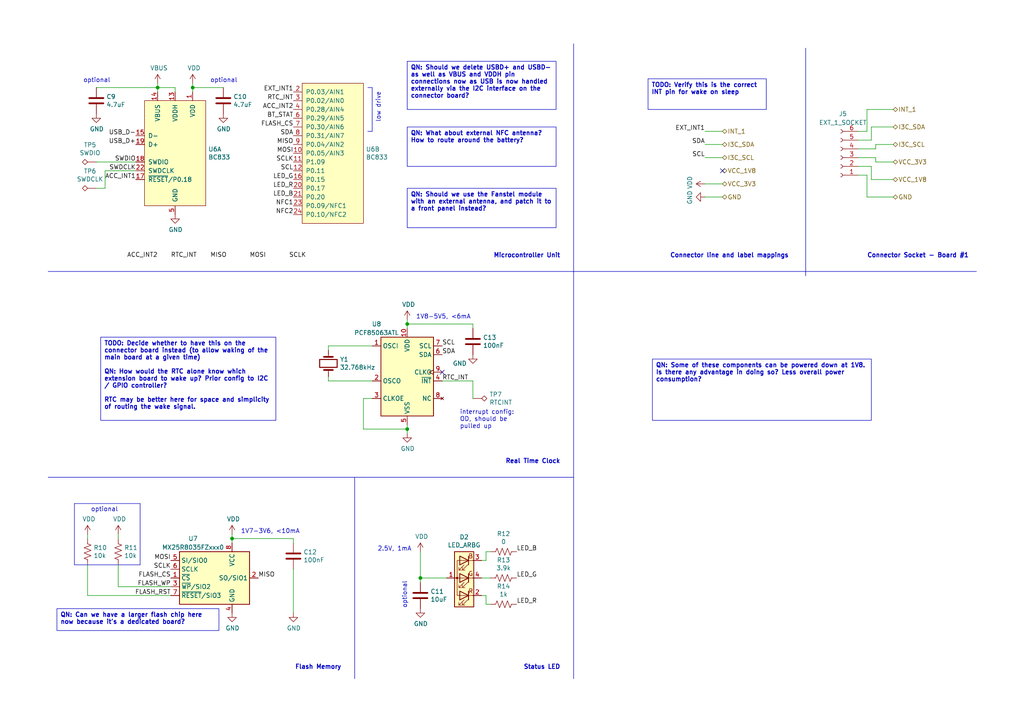
<source format=kicad_sch>
(kicad_sch (version 20230121) (generator eeschema)
  (paper "A4")
  (title_block (title "Basic Compute Board V1") (rev "1.0.0") (company "The Herald Project") (comment 1 "Copyright 2021-2023 All Rights Reserved") (comment 2 "Licensed under CERN OHL-P-V2"))
  (lib_symbols
    (symbol "Connector:Conn_01x06_Socket" (pin_names (offset 1.016) hide)
      (property "Reference" "J" (at 0 7.62 0))
      (property "Value" "Conn_01x06_Socket" (at 0 -10.16 0))
      (symbol "Conn_01x06_Socket_1_1"
        (arc (start 0 -7.112) (mid -0.5058 -7.62) (end 0 -8.128) (stroke (width 0.1524)))
        (arc (start 0 -4.572) (mid -0.5058 -5.08) (end 0 -5.588) (stroke (width 0.1524)))
        (arc (start 0 -2.032) (mid -0.5058 -2.54) (end 0 -3.048) (stroke (width 0.1524)))
        (polyline (pts (xy -1.27 -7.62) (xy -0.508 -7.62)) (stroke (width 0.1524)))
        (polyline (pts (xy -1.27 -5.08) (xy -0.508 -5.08)) (stroke (width 0.1524)))
        (polyline (pts (xy -1.27 -2.54) (xy -0.508 -2.54)) (stroke (width 0.1524)))
        (polyline (pts (xy -1.27 0) (xy -0.508 0)) (stroke (width 0.1524)))
        (polyline (pts (xy -1.27 2.54) (xy -0.508 2.54)) (stroke (width 0.1524)))
        (polyline (pts (xy -1.27 5.08) (xy -0.508 5.08)) (stroke (width 0.1524)))
        (arc (start 0 0.508) (mid -0.5058 0) (end 0 -0.508) (stroke (width 0.1524)))
        (arc (start 0 3.048) (mid -0.5058 2.54) (end 0 2.032) (stroke (width 0.1524)))
        (arc (start 0 5.588) (mid -0.5058 5.08) (end 0 4.572) (stroke (width 0.1524)))
        (pin passive line (at -5.08 5.08 0) (length 3.81) (name "Pin_1") (number "1"))
        (pin passive line (at -5.08 2.54 0) (length 3.81) (name "Pin_2") (number "2"))
        (pin passive line (at -5.08 0 0) (length 3.81) (name "Pin_3") (number "3"))
        (pin passive line (at -5.08 -2.54 0) (length 3.81) (name "Pin_4") (number "4"))
        (pin passive line (at -5.08 -5.08 0) (length 3.81) (name "Pin_5") (number "5"))
        (pin passive line (at -5.08 -7.62 0) (length 3.81) (name "Pin_6") (number "6"))
      )
    )
    (symbol "Connector:TestPoint_Alt" (pin_numbers hide) (pin_names (offset 0.762) hide)
      (property "Reference" "TP" (at 0 6.858 0))
      (property "Value" "TestPoint_Alt" (at 0 5.08 0))
      (symbol "TestPoint_Alt_0_1"
        (polyline (pts (xy 0 2.54) (xy -0.762 3.302) (xy 0 4.064) (xy 0.762 3.302) (xy 0 2.54)))
      )
      (symbol "TestPoint_Alt_1_1"
        (pin passive line (at 0 0 90) (length 2.54) (name "1") (number "1"))
      )
    )
    (symbol "Device:C" (pin_numbers hide) (pin_names (offset 0.254))
      (property "Reference" "C" (at 0.635 2.54 0))
      (property "Value" "C" (at 0.635 -2.54 0))
      (symbol "C_0_1"
        (polyline (pts (xy -2.032 -0.762) (xy 2.032 -0.762)) (stroke (width 0.508)))
        (polyline (pts (xy -2.032 0.762) (xy 2.032 0.762)) (stroke (width 0.508)))
      )
      (symbol "C_1_1"
        (pin passive line (at 0 3.81 270) (length 2.794) (name "~") (number "1"))
        (pin passive line (at 0 -3.81 90) (length 2.794) (name "~") (number "2"))
      )
    )
    (symbol "Device:Crystal" (pin_numbers hide) (pin_names (offset 1.016) hide)
      (property "Reference" "Y" (at 0 3.81 0))
      (property "Value" "Crystal" (at 0 -3.81 0))
      (symbol "Crystal_0_1"
        (rectangle (start -1.143 2.54) (end 1.143 -2.54) (stroke (width 0.3048)))
        (polyline (pts (xy -2.54 0) (xy -1.905 0)))
        (polyline (pts (xy -1.905 -1.27) (xy -1.905 1.27)) (stroke (width 0.508)))
        (polyline (pts (xy 1.905 -1.27) (xy 1.905 1.27)) (stroke (width 0.508)))
        (polyline (pts (xy 2.54 0) (xy 1.905 0)))
      )
      (symbol "Crystal_1_1"
        (pin passive line (at -3.81 0 0) (length 1.27) (name "1") (number "1"))
        (pin passive line (at 3.81 0 180) (length 1.27) (name "2") (number "2"))
      )
    )
    (symbol "Device:LED_ARBG" (pin_names (offset 0) hide)
      (property "Reference" "D" (at 0 9.398 0))
      (property "Value" "LED_ARBG" (at 0 -8.89 0))
      (symbol "LED_ARBG_0_0"
        (text "B" (at -1.905 -6.35 0) (effects (font (size 1.27 1.27))))
        (text "G" (at -1.905 -1.27 0) (effects (font (size 1.27 1.27))))
        (text "R" (at -1.905 3.81 0) (effects (font (size 1.27 1.27))))
      )
      (symbol "LED_ARBG_0_1"
        (polyline (pts (xy -1.27 -5.08) (xy -2.54 -5.08)))
        (polyline (pts (xy -1.27 -5.08) (xy 1.27 -5.08)))
        (polyline (pts (xy -1.27 -3.81) (xy -1.27 -6.35)) (stroke (width 0.254)))
        (polyline (pts (xy -1.27 0) (xy -2.54 0)))
        (polyline (pts (xy -1.27 1.27) (xy -1.27 -1.27)) (stroke (width 0.254)))
        (polyline (pts (xy -1.27 5.08) (xy -2.54 5.08)))
        (polyline (pts (xy -1.27 5.08) (xy 1.27 5.08)))
        (polyline (pts (xy -1.27 6.35) (xy -1.27 3.81)) (stroke (width 0.254)))
        (polyline (pts (xy 1.27 0) (xy -1.27 0)))
        (polyline (pts (xy 1.27 0) (xy 2.54 0)))
        (polyline (pts (xy -1.27 1.27) (xy -1.27 -1.27) (xy -1.27 -1.27)))
        (polyline (pts (xy -1.27 6.35) (xy -1.27 3.81) (xy -1.27 3.81)))
        (polyline (pts (xy 1.27 -5.08) (xy 2.032 -5.08) (xy 2.032 5.08) (xy 1.27 5.08)))
        (polyline (pts (xy 1.27 -3.81) (xy 1.27 -6.35) (xy -1.27 -5.08) (xy 1.27 -3.81)) (stroke (width 0.254)))
        (polyline (pts (xy 1.27 1.27) (xy 1.27 -1.27) (xy -1.27 0) (xy 1.27 1.27)) (stroke (width 0.254)))
        (polyline (pts (xy 1.27 6.35) (xy 1.27 3.81) (xy -1.27 5.08) (xy 1.27 6.35)) (stroke (width 0.254)))
        (polyline (pts (xy -1.016 -3.81) (xy 0.508 -2.286) (xy -0.254 -2.286) (xy 0.508 -2.286) (xy 0.508 -3.048)))
        (polyline (pts (xy -1.016 1.27) (xy 0.508 2.794) (xy -0.254 2.794) (xy 0.508 2.794) (xy 0.508 2.032)))
        (polyline (pts (xy -1.016 6.35) (xy 0.508 7.874) (xy -0.254 7.874) (xy 0.508 7.874) (xy 0.508 7.112)))
        (polyline (pts (xy 0 -3.81) (xy 1.524 -2.286) (xy 0.762 -2.286) (xy 1.524 -2.286) (xy 1.524 -3.048)))
        (polyline (pts (xy 0 1.27) (xy 1.524 2.794) (xy 0.762 2.794) (xy 1.524 2.794) (xy 1.524 2.032)))
        (polyline (pts (xy 0 6.35) (xy 1.524 7.874) (xy 0.762 7.874) (xy 1.524 7.874) (xy 1.524 7.112)))
        (rectangle (start 1.27 -1.27) (end 1.27 1.27))
        (rectangle (start 1.27 1.27) (end 1.27 1.27))
        (rectangle (start 1.27 3.81) (end 1.27 6.35))
        (rectangle (start 1.27 6.35) (end 1.27 6.35))
        (circle (center 2.032 0) (radius 0.254) (fill (type outline)))
        (rectangle (start 2.794 8.382) (end -2.794 -7.62) (stroke (width 0.254)) (fill (type background)))
      )
      (symbol "LED_ARBG_1_1"
        (pin passive line (at 5.08 0 180) (length 2.54) (name "A") (number "1"))
        (pin passive line (at -5.08 5.08 0) (length 2.54) (name "RK") (number "2"))
        (pin passive line (at -5.08 -5.08 0) (length 2.54) (name "BK") (number "3"))
        (pin passive line (at -5.08 0 0) (length 2.54) (name "GK") (number "4"))
      )
    )
    (symbol "Device:R_US" (pin_numbers hide) (pin_names (offset 0))
      (property "Reference" "R" (at 2.54 0 90))
      (property "Value" "R_US" (at -2.54 0 90))
      (symbol "R_US_0_1"
        (polyline (pts (xy 0 -2.286) (xy 0 -2.54)))
        (polyline (pts (xy 0 2.286) (xy 0 2.54)))
        (polyline (pts (xy 0 -0.762) (xy 1.016 -1.143) (xy 0 -1.524) (xy -1.016 -1.905) (xy 0 -2.286)))
        (polyline (pts (xy 0 0.762) (xy 1.016 0.381) (xy 0 0) (xy -1.016 -0.381) (xy 0 -0.762)))
        (polyline (pts (xy 0 2.286) (xy 1.016 1.905) (xy 0 1.524) (xy -1.016 1.143) (xy 0 0.762)))
      )
      (symbol "R_US_1_1"
        (pin passive line (at 0 3.81 270) (length 1.27) (name "~") (number "1"))
        (pin passive line (at 0 -3.81 90) (length 1.27) (name "~") (number "2"))
      )
    )
    (symbol "Herald_Extras:BC833" (pin_names (offset 1.016))
      (property "Reference" "U" (at 12.7 1.27 0))
      (property "Value" "BC833" (at 12.7 -1.27 0))
      (symbol "BC833_1_1"
        (rectangle (start -8.89 15.24) (end 8.89 -15.24) (fill (type background)))
        (pin power_in line (at 5.08 17.78 270) (length 2.54) (name "VDD") (number "1"))
        (pin power_in line (at 0 17.78 270) (length 2.54) (name "VDDH") (number "13"))
        (pin power_in line (at -5.08 17.78 270) (length 2.54) (name "VBUS") (number "14"))
        (pin bidirectional line (at -11.43 5.08 0) (length 2.54) (name "D-") (number "15"))
        (pin input line (at -11.43 -7.62 0) (length 2.54) (name "~{RESET}/P0.18") (number "17"))
        (pin bidirectional line (at -11.43 -2.54 0) (length 2.54) (name "SWDIO") (number "18"))
        (pin bidirectional line (at -11.43 2.54 0) (length 2.54) (name "D+") (number "19"))
        (pin input line (at -11.43 -5.08 0) (length 2.54) (name "SWDCLK") (number "22"))
        (pin power_in line (at 0 -17.78 90) (length 2.54) hide (name "GND") (number "25"))
        (pin power_in line (at 0 -17.78 90) (length 2.54) hide (name "GND") (number "26"))
        (pin power_in line (at 0 -17.78 90) (length 2.54) hide (name "GND") (number "27"))
        (pin power_in line (at 0 -17.78 90) (length 2.54) hide (name "GND") (number "28"))
        (pin power_in line (at 0 -17.78 90) (length 2.54) (name "GND") (number "5"))
      )
      (symbol "BC833_2_1"
        (rectangle (start -8.89 20.32) (end 8.89 -20.32) (fill (type background)))
        (pin bidirectional line (at -11.43 0 0) (length 2.54) (name "P0.05/AIN3") (number "10"))
        (pin bidirectional line (at -11.43 -2.54 0) (length 2.54) (name "P1.09") (number "11"))
        (pin bidirectional line (at -11.43 -5.08 0) (length 2.54) (name "P0.11") (number "12"))
        (pin bidirectional line (at -11.43 -7.62 0) (length 2.54) (name "P0.15") (number "16"))
        (pin bidirectional line (at -11.43 17.78 0) (length 2.54) (name "P0.03/AIN1") (number "2"))
        (pin bidirectional line (at -11.43 -10.16 0) (length 2.54) (name "P0.17") (number "20"))
        (pin bidirectional line (at -11.43 -12.7 0) (length 2.54) (name "P0.20") (number "21"))
        (pin bidirectional line (at -11.43 -15.24 0) (length 2.54) (name "P0.09/NFC1") (number "23"))
        (pin bidirectional line (at -11.43 -17.78 0) (length 2.54) (name "P0.10/NFC2") (number "24"))
        (pin bidirectional line (at -11.43 15.24 0) (length 2.54) (name "P0.02/AIN0") (number "3"))
        (pin bidirectional line (at -11.43 12.7 0) (length 2.54) (name "P0.28/AIN4") (number "4"))
        (pin bidirectional line (at -11.43 10.16 0) (length 2.54) (name "P0.29/AIN5") (number "6"))
        (pin bidirectional line (at -11.43 7.62 0) (length 2.54) (name "P0.30/AIN6") (number "7"))
        (pin bidirectional line (at -11.43 5.08 0) (length 2.54) (name "P0.31/AIN7") (number "8"))
        (pin bidirectional line (at -11.43 2.54 0) (length 2.54) (name "P0.04/AIN2") (number "9"))
      )
    )
    (symbol "Herald_Extras:MX25R8035FZxxx0"
      (property "Reference" "U" (at -6.35 11.43 0))
      (property "Value" "MX25R8035FZxxx0" (at -6.35 8.89 0))
      (symbol "MX25R8035FZxxx0_1_1"
        (rectangle (start -10.16 7.62) (end 10.16 -7.62) (stroke (width 0.254)) (fill (type background)))
        (pin input line (at -12.7 0 0) (length 2.54) (name "~{CS}") (number "1"))
        (pin bidirectional line (at 12.7 0 180) (length 2.54) (name "SO/SIO1") (number "2"))
        (pin bidirectional line (at -12.7 -2.54 0) (length 2.54) (name "~{WP}/SIO2") (number "3"))
        (pin power_in line (at 5.08 -10.16 90) (length 2.54) (name "GND") (number "4"))
        (pin bidirectional line (at -12.7 5.08 0) (length 2.54) (name "SI/SIO0") (number "5"))
        (pin input line (at -12.7 2.54 0) (length 2.54) (name "SCLK") (number "6"))
        (pin bidirectional line (at -12.7 -5.08 0) (length 2.54) (name "~{RESET}/SIO3") (number "7"))
        (pin power_in line (at 5.08 10.16 270) (length 2.54) (name "VCC") (number "8"))
        (pin passive line (at 5.08 -10.16 90) (length 2.54) hide (name "GND") (number "EP"))
      )
    )
    (symbol "Herald_Extras:PCF85063ATL"
      (property "Reference" "U" (at -7.62 12.7 0))
      (property "Value" "PCF85063ATL" (at 2.54 12.7 0))
      (symbol "PCF85063ATL_0_1"
        (rectangle (start -7.62 11.43) (end 7.62 -11.43) (stroke (width 0.254)) (fill (type background)))
      )
      (symbol "PCF85063ATL_1_1"
        (pin input line (at -10.16 8.89 0) (length 2.54) (name "OSCI") (number "1"))
        (pin power_in line (at 0 13.97 270) (length 2.54) (name "VDD") (number "10"))
        (pin output line (at -10.16 -1.27 0) (length 2.54) (name "OSCO") (number "2"))
        (pin input line (at -10.16 -6.35 0) (length 2.54) (name "CLKOE") (number "3"))
        (pin output line (at 10.16 -1.27 180) (length 2.54) (name "~{INT}") (number "4"))
        (pin power_in line (at 0 -13.97 90) (length 2.54) (name "VSS") (number "5"))
        (pin bidirectional line (at 10.16 6.35 180) (length 2.54) (name "SDA") (number "6"))
        (pin input line (at 10.16 8.89 180) (length 2.54) (name "SCL") (number "7"))
        (pin no_connect line (at 10.16 -6.35 180) (length 2.54) (name "NC") (number "8"))
        (pin output clock (at 10.16 1.27 180) (length 2.54) (name "CLKO") (number "9"))
        (pin no_connect line (at 10.16 -8.89 180) (length 2.54) hide (name "EP") (number "EP"))
      )
    )
    (symbol "power:GND" (power) (pin_names (offset 0))
      (property "Value" "GND" (at 0 -3.81 0))
      (symbol "GND_0_1"
        (polyline (pts (xy 0 0) (xy 0 -1.27) (xy 1.27 -1.27) (xy 0 -2.54) (xy -1.27 -1.27) (xy 0 -1.27)))
      )
      (symbol "GND_1_1"
        (pin power_in line (at 0 0 270) (length 0) hide (name "GND") (number "1"))
      )
    )
    (symbol "power:VBUS" (power) (pin_names (offset 0))
      (property "Value" "VBUS" (at 0 3.81 0))
      (symbol "VBUS_0_1"
        (polyline (pts (xy -0.762 1.27) (xy 0 2.54)))
        (polyline (pts (xy 0 0) (xy 0 2.54)))
        (polyline (pts (xy 0 2.54) (xy 0.762 1.27)))
      )
      (symbol "VBUS_1_1"
        (pin power_in line (at 0 0 90) (length 0) hide (name "VBUS") (number "1"))
      )
    )
    (symbol "power:VDD" (power) (pin_names (offset 0))
      (property "Value" "VDD" (at 0 3.81 0))
      (symbol "VDD_0_1"
        (polyline (pts (xy -0.762 1.27) (xy 0 2.54)))
        (polyline (pts (xy 0 0) (xy 0 2.54)))
        (polyline (pts (xy 0 2.54) (xy 0.762 1.27)))
      )
      (symbol "VDD_1_1"
        (pin power_in line (at 0 0 90) (length 0) hide (name "VDD") (number "1"))
      )
    )
  )
  (junction (at 67.31 156.21))
  (junction (at 45.72 25.4))
  (junction (at 55.88 25.4))
  (junction (at 118.11 124.46))
  (junction (at 121.92 167.64))
  (junction (at 118.11 93.98))
  (no_connect (at 209.55 49.53))
  (no_connect (at 128.27 107.95))
  (wire (pts (xy 27.94 25.4) (xy 45.72 25.4)))
  (wire (pts (xy 137.16 93.98) (xy 137.16 95.25)))
  (wire (pts (xy 251.46 57.15) (xy 251.46 50.8)))
  (wire (pts (xy 259.08 36.83) (xy 252.73 36.83)))
  (wire (pts (xy 259.08 52.07) (xy 252.73 52.07)))
  (polyline (pts (xy 40.64 163.83) (xy 40.64 146.05)))
  (wire (pts (xy 67.31 156.21) (xy 67.31 157.48)))
  (wire (pts (xy 252.73 48.26) (xy 248.92 48.26)))
  (wire (pts (xy 107.95 100.33) (xy 95.25 100.33)))
  (wire (pts (xy 137.16 110.49) (xy 137.16 115.57)))
  (wire (pts (xy 248.92 43.18) (xy 254 43.18)))
  (wire (pts (xy 45.72 24.13) (xy 45.72 25.4)))
  (wire (pts (xy 142.24 167.64) (xy 139.7 167.64)))
  (wire (pts (xy 248.92 45.72) (xy 254 45.72)))
  (wire (pts (xy 204.47 41.91) (xy 209.55 41.91)))
  (wire (pts (xy 55.88 24.13) (xy 55.88 25.4)))
  (polyline (pts (xy 102.87 138.43) (xy 102.87 196.85)))
  (wire (pts (xy 50.8 25.4) (xy 45.72 25.4)))
  (wire (pts (xy 107.95 115.57) (xy 105.41 115.57)))
  (wire (pts (xy 139.7 172.72) (xy 140.97 172.72)))
  (wire (pts (xy 140.97 162.56) (xy 140.97 160.02)))
  (wire (pts (xy 39.37 49.53) (xy 30.48 49.53)))
  (wire (pts (xy 204.47 53.34) (xy 209.55 53.34)))
  (wire (pts (xy 251.46 50.8) (xy 248.92 50.8)))
  (wire (pts (xy 118.11 123.19) (xy 118.11 124.46)))
  (polyline (pts (xy 21.59 146.05) (xy 21.59 163.83)))
  (wire (pts (xy 107.95 110.49) (xy 95.25 110.49)))
  (polyline (pts (xy 166.37 78.74) (xy 166.37 196.85)))
  (wire (pts (xy 67.31 154.94) (xy 67.31 156.21)))
  (polyline (pts (xy 21.59 163.83) (xy 40.64 163.83)))
  (wire (pts (xy 34.29 163.83) (xy 34.29 170.18)))
  (wire (pts (xy 25.4 154.94) (xy 25.4 156.21)))
  (polyline (pts (xy 13.97 78.74) (xy 283.21 78.74)))
  (wire (pts (xy 105.41 124.46) (xy 118.11 124.46)))
  (wire (pts (xy 137.16 93.98) (xy 118.11 93.98)))
  (polyline (pts (xy 107.95 38.1) (xy 107.95 25.4)))
  (wire (pts (xy 252.73 36.83) (xy 252.73 40.64)))
  (wire (pts (xy 118.11 92.71) (xy 118.11 93.98)))
  (wire (pts (xy 25.4 163.83) (xy 25.4 172.72)))
  (wire (pts (xy 251.46 31.75) (xy 251.46 38.1)))
  (wire (pts (xy 105.41 115.57) (xy 105.41 124.46)))
  (wire (pts (xy 121.92 167.64) (xy 121.92 160.02)))
  (wire (pts (xy 30.48 49.53) (xy 30.48 54.61)))
  (wire (pts (xy 259.08 41.91) (xy 254 41.91)))
  (wire (pts (xy 118.11 93.98) (xy 118.11 95.25)))
  (polyline (pts (xy 13.97 138.43) (xy 166.37 138.43)))
  (wire (pts (xy 204.47 57.15) (xy 209.55 57.15)))
  (wire (pts (xy 95.25 110.49) (xy 95.25 109.22)))
  (wire (pts (xy 55.88 25.4) (xy 55.88 26.67)))
  (wire (pts (xy 45.72 25.4) (xy 45.72 26.67)))
  (wire (pts (xy 142.24 160.02) (xy 140.97 160.02)))
  (wire (pts (xy 204.47 38.1) (xy 209.55 38.1)))
  (polyline (pts (xy 106.68 25.4) (xy 107.95 25.4)))
  (polyline (pts (xy 107.95 38.1) (xy 106.68 38.1)))
  (wire (pts (xy 254 41.91) (xy 254 43.18)))
  (wire (pts (xy 254 46.99) (xy 254 45.72)))
  (wire (pts (xy 27.94 46.99) (xy 39.37 46.99)))
  (wire (pts (xy 140.97 172.72) (xy 140.97 175.26)))
  (wire (pts (xy 248.92 38.1) (xy 251.46 38.1)))
  (wire (pts (xy 67.31 156.21) (xy 85.09 156.21)))
  (wire (pts (xy 25.4 172.72) (xy 49.53 172.72)))
  (wire (pts (xy 204.47 45.72) (xy 209.55 45.72)))
  (wire (pts (xy 140.97 175.26) (xy 142.24 175.26)))
  (wire (pts (xy 248.92 40.64) (xy 252.73 40.64)))
  (wire (pts (xy 95.25 100.33) (xy 95.25 101.6)))
  (wire (pts (xy 30.48 54.61) (xy 27.94 54.61)))
  (wire (pts (xy 252.73 52.07) (xy 252.73 48.26)))
  (wire (pts (xy 118.11 124.46) (xy 118.11 125.73)))
  (wire (pts (xy 34.29 156.21) (xy 34.29 154.94)))
  (wire (pts (xy 139.7 162.56) (xy 140.97 162.56)))
  (wire (pts (xy 64.77 25.4) (xy 55.88 25.4)))
  (wire (pts (xy 129.54 167.64) (xy 121.92 167.64)))
  (wire (pts (xy 85.09 177.8) (xy 85.09 165.1)))
  (wire (pts (xy 121.92 168.91) (xy 121.92 167.64)))
  (wire (pts (xy 50.8 26.67) (xy 50.8 25.4)))
  (wire (pts (xy 259.08 31.75) (xy 251.46 31.75)))
  (wire (pts (xy 259.08 57.15) (xy 251.46 57.15)))
  (wire (pts (xy 34.29 170.18) (xy 49.53 170.18)))
  (polyline (pts (xy 40.64 146.05) (xy 21.59 146.05)))
  (polyline (pts (xy 166.37 12.7) (xy 166.37 78.74)))
  (wire (pts (xy 85.09 156.21) (xy 85.09 157.48)))
  (wire (pts (xy 137.16 110.49) (xy 128.27 110.49)))
  (wire (pts (xy 259.08 46.99) (xy 254 46.99)))
  (polyline (pts (xy 233.68 13.97) (xy 233.68 80.01)))
  (text_box "QN: Should we use the Fanstel module with an external antenna, and patch it to a front panel instead?" (at 118.11 54.61 0) (size 43.18 11.43) (effects (font (size 1.27 1.27) (thickness 0.254) bold) (justify left top)))
  (text_box "TODO: Verify this is the correct INT pin for wake on sleep" (at 187.96 22.86 0) (size 34.29 8.89) (effects (font (size 1.27 1.27) (thickness 0.254) bold) (justify left top)))
  (text_box "QN: What about external NFC antenna? How to route around the battery?" (at 118.11 36.83 0) (size 43.18 11.43) (effects (font (size 1.27 1.27) (thickness 0.254) bold) (justify left top)))
  (text_box "TODO: Decide whether to have this on the connector board instead (to allow waking of the main board at a given time)\n\nQN: How would the RTC alone know which extension board to wake up? Prior config to I2C / GPIO controller?\n\nRTC may be better here for space and simplicity of routing the wake signal." (at 29.21 97.79 0) (size 50.8 24.13) (effects (font (size 1.27 1.27) (thickness 0.254) bold) (justify left top)))
  (text_box "QN: Some of these components can be powered down at 1V8. Is there any advantage in doing so? Less overall power consumption?" (at 189.23 104.14 0) (size 63.5 17.78) (effects (font (size 1.27 1.27) (thickness 0.254) bold) (justify left top)))
  (text_box "QN: Should we delete USBD+ and USBD- as well as VBUS and VDDH pin connections now as USB is now handled externally via the I2C interface on the connector board?" (at 118.11 17.78 0) (size 43.18 13.97) (effects (font (size 1.27 1.27) (thickness 0.254) bold) (justify left top)))
  (text_box "QN: Can we have a larger flash chip here now because it's a dedicated board?" (at 16.51 176.53 0) (size 46.99 6.35) (effects (font (size 1.27 1.27) (thickness 0.254) bold) (justify left top)))
  (text "optional" (at 60.96 24.13 0) (effects (font (size 1.27 1.27)) (justify left bottom)))
  (text "Connector line and label mappings" (at 194.31 74.93 0) (effects (font (size 1.27 1.27) (thickness 0.254) bold) (justify left bottom)))
  (text "interrupt config:\nOD, should be\npulled up" (at 133.35 124.46 0) (effects (font (size 1.27 1.27)) (justify left bottom)))
  (text "2.5V, 1mA" (at 119.38 160.02 0) (effects (font (size 1.27 1.27)) (justify right bottom)))
  (text "Real Time Clock" (at 162.56 134.62 0) (effects (font (size 1.27 1.27) (thickness 0.254) bold) (justify right bottom)))
  (text "1V7-3V6, <10mA" (at 69.85 154.94 0) (effects (font (size 1.27 1.27)) (justify left bottom)))
  (text "optional" (at 34.29 148.59 0) (effects (font (size 1.27 1.27)) (justify right bottom)))
  (text "optional" (at 24.13 24.13 0) (effects (font (size 1.27 1.27)) (justify left bottom)))
  (text "optional" (at 118.11 176.53 90) (effects (font (size 1.27 1.27)) (justify left bottom)))
  (text "Microcontroller Unit" (at 162.56 74.93 0) (effects (font (size 1.27 1.27) (thickness 0.254) bold) (justify right bottom)))
  (text "Connector Socket - Board #1" (at 251.46 74.93 0) (effects (font (size 1.27 1.27) (thickness 0.254) bold) (justify left bottom)))
  (text "Status LED" (at 162.56 194.31 0) (effects (font (size 1.27 1.27) (thickness 0.254) bold) (justify right bottom)))
  (text "Flash Memory" (at 99.06 194.31 0) (effects (font (size 1.27 1.27) (thickness 0.254) bold) (justify right bottom)))
  (text "low drive" (at 110.49 35.56 90) (effects (font (size 1.27 1.27)) (justify left bottom)))
  (text "1V8-5V5, <6mA" (at 120.65 92.71 0) (effects (font (size 1.27 1.27)) (justify left bottom)))
  (label "ACC_INT2" (at 85.09 31.75 180))
  (label "SCL" (at 85.09 49.53 180))
  (label "RTC_INT" (at 49.53 74.93 0))
  (label "MISO" (at 60.96 74.93 0))
  (label "SCLK" (at 85.09 46.99 180))
  (label "RTC_INT" (at 85.09 29.21 180))
  (label "SCL" (at 204.47 45.72 180))
  (label "RTC_INT" (at 128.27 110.49 0))
  (label "SWDCLK" (at 39.37 49.53 180))
  (label "LED_B" (at 85.09 57.15 180))
  (label "SDA" (at 204.47 41.91 180))
  (label "FLASH_CS" (at 85.09 36.83 180))
  (label "EXT_INT1" (at 85.09 26.67 180))
  (label "USB_D+" (at 39.37 41.91 180))
  (label "MOSI" (at 85.09 44.45 180))
  (label "ACC_INT2" (at 36.83 74.93 0))
  (label "MOSI" (at 72.39 74.93 0))
  (label "NFC2" (at 85.09 62.23 180))
  (label "USB_D-" (at 39.37 39.37 180))
  (label "MISO" (at 85.09 41.91 180))
  (label "SCLK" (at 49.53 165.1 180))
  (label "FLASH_RST" (at 49.53 172.72 180))
  (label "MOSI" (at 49.53 162.56 180))
  (label "NFC1" (at 85.09 59.69 180))
  (label "LED_G" (at 149.86 167.64 0))
  (label "SCL" (at 128.27 100.33 0))
  (label "SDA" (at 85.09 39.37 180))
  (label "EXT_INT1" (at 204.47 38.1 180))
  (label "LED_B" (at 149.86 160.02 0))
  (label "LED_R" (at 85.09 54.61 180))
  (label "FLASH_CS" (at 49.53 167.64 180))
  (label "ACC_INT1" (at 39.37 52.07 180))
  (label "LED_R" (at 149.86 175.26 0))
  (label "BT_STAT" (at 85.09 34.29 180))
  (label "FLASH_WP" (at 49.53 170.18 180))
  (label "LED_G" (at 85.09 52.07 180))
  (label "SWDIO" (at 39.37 46.99 180))
  (label "SDA" (at 128.27 102.87 0))
  (label "MISO" (at 74.93 167.64 0))
  (label "SCLK" (at 83.82 74.93 0))
  (hierarchical_label "VCC_1V8" (shape bidirectional) (at 209.55 49.53 0))
  (hierarchical_label "VCC_3V3" (shape bidirectional) (at 209.55 53.34 0))
  (hierarchical_label "VCC_3V3" (shape bidirectional) (at 259.08 46.99 0))
  (hierarchical_label "I3C_SDA" (shape bidirectional) (at 209.55 41.91 0))
  (hierarchical_label "I3C_SCL" (shape bidirectional) (at 259.08 41.91 0))
  (hierarchical_label "I3C_SDA" (shape bidirectional) (at 259.08 36.83 0))
  (hierarchical_label "VCC_1V8" (shape bidirectional) (at 259.08 52.07 0))
  (hierarchical_label "I3C_SCL" (shape bidirectional) (at 209.55 45.72 0))
  (hierarchical_label "INT_1" (shape bidirectional) (at 209.55 38.1 0))
  (hierarchical_label "GND" (shape bidirectional) (at 259.08 57.15 0))
  (hierarchical_label "INT_1" (shape bidirectional) (at 259.08 31.75 0))
  (hierarchical_label "GND" (shape bidirectional) (at 209.55 57.15 0))
  (symbol (lib_id "power:GND") (at 50.8 62.23 0) (unit 1)
    (property "Reference" "#PWR038" (effects hide))
    (property "Value" "GND" (at 50.927 66.6242 0))
    (instances (project "wearable-v2" (path "" (reference "#PWR038") (unit 1))) (project "wearable" (path "" (reference "#PWR08") (unit 1))))
  )
  (symbol (lib_id "Device:Crystal") (at 95.25 105.41 270) (unit 1)
    (property "Reference" "Y1" (at 98.5774 104.2416 90) (effects (justify left)))
    (property "Value" "32.768kHz" (at 98.5774 106.553 90) (effects (justify left)))
    (property "Footprint" "Crystal:Crystal_SMD_2012-2Pin_2.0x1.2mm" (effects hide))
    (property "Description" "Crystal 32.768kHz, Cl=7pf, 60kΩ, " (effects hide))
    (property "MPN" "RT2012-32.768-7-TR" (effects hide))
    (instances (project "wearable-v2" (path "" (reference "Y1") (unit 1))) (project "wearable" (path "" (reference "Y71") (unit 1))))
  )
  (symbol (lib_id "Device:C") (at 137.16 99.06 0) (unit 1)
    (property "Reference" "C13" (at 140.081 97.8916 0) (effects (justify left)))
    (property "Value" "100nF" (at 140.081 100.203 0) (effects (justify left)))
    (property "Footprint" "Capacitor_SMD:C_0402_1005Metric" (effects hide))
    (property "Description" "Capacitor, X7R 10%" (effects hide))
    (property "MPN" "GRM155R71E104KE14D" (effects hide))
    (instances (project "wearable-v2" (path "" (reference "C13") (unit 1))) (project "wearable" (path "" (reference "C71") (unit 1))))
  )
  (symbol (lib_id "power:VDD") (at 34.29 154.94 0) (unit 1)
    (property "Reference" "#PWR042" (effects hide))
    (property "Value" "VDD" (at 34.671 150.5458 0))
    (instances (project "wearable-v2" (path "" (reference "#PWR042") (unit 1))) (project "wearable" (path "" (reference "#PWR043") (unit 1))))
  )
  (symbol (lib_id "power:GND") (at 118.11 125.73 0) (unit 1)
    (property "Reference" "#PWR049" (effects hide))
    (property "Value" "GND" (at 118.237 130.1242 0))
    (instances (project "wearable-v2" (path "" (reference "#PWR049") (unit 1))) (project "wearable" (path "" (reference "#PWR058") (unit 1))))
  )
  (symbol (lib_id "power:VDD") (at 55.88 24.13 0) (unit 1)
    (property "Reference" "#PWR039" (effects hide))
    (property "Value" "VDD" (at 56.261 19.7358 0))
    (instances (project "wearable-v2" (path "" (reference "#PWR039") (unit 1))) (project "wearable" (path "" (reference "#PWR011") (unit 1))))
  )
  (symbol (lib_id "Device:R_US") (at 146.05 160.02 270) (unit 1)
    (property "Reference" "R12" (at 146.05 154.813 90))
    (property "Value" "0" (at 146.05 157.1244 90))
    (property "Footprint" "Resistor_SMD:R_0402_1005Metric" (effects hide))
    (property "Description" "Resistor, 1%, 100mW" (effects hide))
    (property "MPN" "RC0402FR-070RL" (effects hide))
    (instances (project "wearable-v2" (path "" (reference "R12") (unit 1))) (project "wearable" (path "" (reference "R1") (unit 1))))
  )
  (symbol (lib_id "power:GND") (at 121.92 176.53 0) (unit 1)
    (property "Reference" "#PWR046" (effects hide))
    (property "Value" "GND" (at 122.047 180.9242 0))
    (instances (project "wearable-v2" (path "" (reference "#PWR046") (unit 1))) (project "wearable" (path "" (reference "#PWR051") (unit 1))))
  )
  (symbol (lib_id "Herald_Extras:PCF85063ATL") (at 118.11 109.22 0) (unit 1)
    (property "Reference" "U8" (at 109.22 93.98 0))
    (property "Value" "PCF85063ATL" (at 109.22 96.52 0))
    (property "Footprint" "Herald_Extras:DFN-10-1EP_2.6x2.6mm_P0.5mm_EP1.25x2.15mm" (effects hide))
    (property "Datasheet" "https://www.nxp.com/docs/en/data-sheet/PCF85063A.pdf" (effects hide))
    (property "MPN" "PCF85063ATL/1,118" (effects hide))
    (property "Description" "Real time clock" (effects hide))
    (instances (project "wearable-v2" (path "" (reference "U8") (unit 1))) (project "wearable" (path "" (reference "U7") (unit 1))))
  )
  (symbol (lib_id "power:GND") (at 204.47 57.15 270) (unit 1)
    (property "Reference" "#PWR051" (effects hide))
    (property "Value" "GND" (at 200.0758 57.277 0))
    (instances (project "wearable-v2" (path "" (reference "#PWR051") (unit 1))) (project "wearable" (path "" (reference "#PWR08") (unit 1))))
  )
  (symbol (lib_id "power:VDD") (at 25.4 154.94 0) (unit 1)
    (property "Reference" "#PWR041" (effects hide))
    (property "Value" "VDD" (at 25.781 150.5458 0))
    (instances (project "wearable-v2" (path "" (reference "#PWR041") (unit 1))) (project "wearable" (path "" (reference "#PWR034") (unit 1))))
  )
  (symbol (lib_id "Connector:Conn_01x06_Socket") (at 243.84 45.72 180) (unit 1)
    (property "Reference" "J5" (at 244.475 33.02 0))
    (property "Value" "EXT_1_SOCKET" (at 244.475 35.56 0))
  )
  (symbol (lib_id "Connector:TestPoint_Alt") (at 137.16 115.57 270) (unit 1)
    (property "Reference" "TP7" (at 141.9352 114.4016 90) (effects (justify left)))
    (property "Value" "RTCINT" (at 141.9352 116.713 90) (effects (justify left)))
    (property "Footprint" "TestPoint:TestPoint_Pad_D1.0mm" (effects hide))
    (property "Description" "Test point" (effects hide))
    (instances (project "wearable-v2" (path "" (reference "TP7") (unit 1))) (project "wearable" (path "" (reference "TP72") (unit 1))))
  )
  (symbol (lib_id "power:GND") (at 137.16 102.87 0) (unit 1)
    (property "Reference" "#PWR050" (effects hide))
    (property "Value" "GND" (at 133.35 105.41 0))
    (instances (project "wearable-v2" (path "" (reference "#PWR050") (unit 1))) (project "wearable" (path "" (reference "#PWR061") (unit 1))))
  )
  (symbol (lib_id "Device:C") (at 85.09 161.29 180) (unit 1)
    (property "Reference" "C12" (at 88.011 160.1216 0) (effects (justify right)))
    (property "Value" "100nF" (at 88.011 162.433 0) (effects (justify right)))
    (property "Footprint" "Capacitor_SMD:C_0402_1005Metric" (effects hide))
    (property "Description" "Capacitor, X7R 10%" (effects hide))
    (property "MPN" "GRM155R71E104KE14D" (effects hide))
    (instances (project "wearable-v2" (path "" (reference "C12") (unit 1))) (project "wearable" (path "" (reference "C61") (unit 1))))
  )
  (symbol (lib_id "Herald_Extras:BC833") (at 50.8 44.45 0) (unit 1)
    (property "Reference" "U6" (at 60.4012 43.2816 0) (effects (justify left)))
    (property "Value" "BC833" (at 60.4012 45.593 0) (effects (justify left)))
    (property "Footprint" "Herald_Extras:Fanstel_BC833x" (effects hide))
    (property "Datasheet" "https://www.fanstel.com/s/BC833M_Product_Specifications-4ep6.pdf" (effects hide))
    (property "Description" "nRF52833 module" (effects hide))
    (property "MPN" "BC833M" (effects hide))
    (instances (project "wearable-v2" (path "" (reference "U6") (unit 1))) (project "wearable" (path "" (reference "U1") (unit 1)) (path "" (reference "U1") (unit 1))))
  )
  (symbol (lib_id "Device:R_US") (at 25.4 160.02 0) (unit 1)
    (property "Reference" "R10" (at 27.1272 158.8516 0) (effects (justify left)))
    (property "Value" "10k" (at 27.1272 161.163 0) (effects (justify left)))
    (property "Footprint" "Resistor_SMD:R_0402_1005Metric" (effects hide))
    (property "Description" "Resistor, 1%, 50mW" (effects hide))
    (property "MPN" "CRCW040210K0FKEDC" (effects hide))
    (instances (project "wearable-v2" (path "" (reference "R10") (unit 1))) (project "wearable" (path "" (reference "R61") (unit 1))))
  )
  (symbol (lib_id "power:VDD") (at 204.47 53.34 90) (unit 1)
    (property "Reference" "#PWR052" (effects hide))
    (property "Value" "VDD" (at 200.0758 52.959 0))
    (instances (project "wearable-v2" (path "" (reference "#PWR052") (unit 1))) (project "wearable" (path "" (reference "#PWR011") (unit 1))))
  )
  (symbol (lib_id "Herald_Extras:MX25R8035FZxxx0") (at 62.23 167.64 0) (unit 1)
    (property "Reference" "U7" (at 54.61 156.21 0) (effects (justify left)))
    (property "Value" "MX25R8035FZxxx0" (at 46.99 158.75 0) (effects (justify left)))
    (property "Footprint" "Herald_Extras:USON-8-1EP_2x3mm_P0.5mm_EP0.25x1.65mm" (effects hide))
    (property "Datasheet" "https://www.macronix.com/Lists/Datasheet/Attachments/7934/MX25R8035F,%20Wide%20Range,%208Mb,%20v1.6.pdf" (effects hide))
    (property "Description" "Flash memory, SPI" (effects hide))
    (property "MPN" "MX25R8035FZUIL0" (effects hide))
    (instances (project "wearable-v2" (path "" (reference "U7") (unit 1))) (project "wearable" (path "" (reference "U6") (unit 1))))
  )
  (symbol (lib_id "power:GND") (at 67.31 177.8 0) (unit 1)
    (property "Reference" "#PWR044" (effects hide))
    (property "Value" "GND" (at 67.437 182.1942 0))
    (instances (project "wearable-v2" (path "" (reference "#PWR044") (unit 1))) (project "wearable" (path "" (reference "#PWR049") (unit 1))))
  )
  (symbol (lib_id "power:VDD") (at 118.11 92.71 0) (unit 1)
    (property "Reference" "#PWR048" (effects hide))
    (property "Value" "VDD" (at 118.491 88.3158 0))
    (instances (project "wearable-v2" (path "" (reference "#PWR048") (unit 1))) (project "wearable" (path "" (reference "#PWR057") (unit 1))))
  )
  (symbol (lib_id "power:GND") (at 64.77 33.02 0) (unit 1)
    (property "Reference" "#PWR040" (effects hide))
    (property "Value" "GND" (at 64.897 37.4142 0))
    (instances (project "wearable-v2" (path "" (reference "#PWR040") (unit 1))) (project "wearable" (path "" (reference "#PWR012") (unit 1))))
  )
  (symbol (lib_id "power:VBUS") (at 45.72 24.13 0) (unit 1)
    (property "Reference" "#PWR037" (effects hide))
    (property "Value" "VBUS" (at 46.101 19.7358 0))
    (instances (project "wearable-v2" (path "" (reference "#PWR037") (unit 1))) (project "wearable" (path "" (reference "#PWR07") (unit 1))))
  )
  (symbol (lib_id "power:GND") (at 85.09 177.8 0) (unit 1)
    (property "Reference" "#PWR047" (effects hide))
    (property "Value" "GND" (at 85.217 182.1942 0))
    (instances (project "wearable-v2" (path "" (reference "#PWR047") (unit 1))) (project "wearable" (path "" (reference "#PWR053") (unit 1))))
  )
  (symbol (lib_id "power:GND") (at 27.94 33.02 0) (unit 1)
    (property "Reference" "#PWR036" (effects hide))
    (property "Value" "GND" (at 28.067 37.4142 0))
    (instances (project "wearable-v2" (path "" (reference "#PWR036") (unit 1))) (project "wearable" (path "" (reference "#PWR02") (unit 1))))
  )
  (symbol (lib_id "Device:R_US") (at 146.05 175.26 270) (unit 1)
    (property "Reference" "R14" (at 146.05 170.053 90))
    (property "Value" "1k" (at 146.05 172.3644 90))
    (property "Footprint" "Resistor_SMD:R_0402_1005Metric" (effects hide))
    (property "Description" "Resistor, 1%, 100mW" (effects hide))
    (property "MPN" "RC0402FR-071KL" (effects hide))
    (instances (project "wearable-v2" (path "" (reference "R14") (unit 1))) (project "wearable" (path "" (reference "R3") (unit 1))))
  )
  (symbol (lib_id "Device:C") (at 121.92 172.72 0) (unit 1)
    (property "Reference" "C11" (at 124.841 171.5516 0) (effects (justify left)))
    (property "Value" "10uF" (at 124.841 173.863 0) (effects (justify left)))
    (property "Footprint" "Capacitor_SMD:C_0402_1005Metric" (effects hide))
    (property "Description" "Capacitor, X5R 20% 10V" (effects hide))
    (property "MPN" "GRM155R60J106ME15D" (effects hide))
    (instances (project "wearable-v2" (path "" (reference "C11") (unit 1))) (project "wearable" (path "" (reference "C3") (unit 1))))
  )
  (symbol (lib_id "power:VDD") (at 67.31 154.94 0) (unit 1)
    (property "Reference" "#PWR043" (effects hide))
    (property "Value" "VDD" (at 67.691 150.5458 0))
    (instances (project "wearable-v2" (path "" (reference "#PWR043") (unit 1))) (project "wearable" (path "" (reference "#PWR048") (unit 1))))
  )
  (symbol (lib_id "Connector:TestPoint_Alt") (at 27.94 46.99 90) (unit 1)
    (property "Reference" "TP5" (at 26.1112 42.037 90))
    (property "Value" "SWDIO" (at 26.1112 44.3484 90))
    (property "Footprint" "TestPoint:TestPoint_Pad_D1.0mm" (effects hide))
    (property "Description" "Test point" (effects hide))
    (instances (project "wearable-v2" (path "" (reference "TP5") (unit 1))) (project "wearable" (path "" (reference "TP11") (unit 1))))
  )
  (symbol (lib_id "Device:R_US") (at 146.05 167.64 270) (unit 1)
    (property "Reference" "R13" (at 146.05 162.433 90))
    (property "Value" "3.9k" (at 146.05 164.7444 90))
    (property "Footprint" "Resistor_SMD:R_0402_1005Metric" (effects hide))
    (property "Description" "Resistor, 1%, 100mW" (effects hide))
    (property "MPN" "RC0402FR-073K9L" (effects hide))
    (instances (project "wearable-v2" (path "" (reference "R13") (unit 1))) (project "wearable" (path "" (reference "R2") (unit 1))))
  )
  (symbol (lib_id "Device:LED_ARBG") (at 134.62 167.64 180) (unit 1)
    (property "Reference" "D2" (at 134.62 155.7782 0))
    (property "Value" "LED_ARBG" (at 134.62 158.0896 0))
    (property "Footprint" "Herald_Extras:LED_Kingbright_APHF1608" (effects hide))
    (property "Datasheet" "https://www.kingbrightusa.com/images/catalog/SPEC/APHF1608LSEEQBDZGKC.pdf" (effects hide))
    (property "Description" "RGB LED" (effects hide))
    (property "MPN" "APHF1608LSEEQBDZGKC" (effects hide))
    (instances (project "wearable-v2" (path "" (reference "D2") (unit 1))) (project "wearable" (path "" (reference "D1") (unit 1))))
  )
  (symbol (lib_id "Device:C") (at 64.77 29.21 0) (unit 1)
    (property "Reference" "C10" (at 67.691 28.0416 0) (effects (justify left)))
    (property "Value" "4.7uF" (at 67.691 30.353 0) (effects (justify left)))
    (property "Footprint" "Capacitor_SMD:C_0402_1005Metric" (effects hide))
    (property "Description" "Capacitor, X5R 20% 16V" (effects hide))
    (property "MPN" "0402YD475MAT2A" (effects hide))
    (instances (project "wearable-v2" (path "" (reference "C10") (unit 1))) (project "wearable" (path "" (reference "C12") (unit 1))))
  )
  (symbol (lib_id "Device:R_US") (at 34.29 160.02 0) (unit 1)
    (property "Reference" "R11" (at 36.0172 158.8516 0) (effects (justify left)))
    (property "Value" "10k" (at 36.0172 161.163 0) (effects (justify left)))
    (property "Footprint" "Resistor_SMD:R_0402_1005Metric" (effects hide))
    (property "Description" "Resistor, 1%, 50mW" (effects hide))
    (property "MPN" "CRCW040210K0FKEDC" (effects hide))
    (instances (project "wearable-v2" (path "" (reference "R11") (unit 1))) (project "wearable" (path "" (reference "R62") (unit 1))))
  )
  (symbol (lib_id "Device:C") (at 27.94 29.21 0) (unit 1)
    (property "Reference" "C9" (at 30.861 28.0416 0) (effects (justify left)))
    (property "Value" "4.7uF" (at 30.861 30.353 0) (effects (justify left)))
    (property "Footprint" "Capacitor_SMD:C_0402_1005Metric" (effects hide))
    (property "Description" "Capacitor, X5R 20% 16V" (effects hide))
    (property "MPN" "0402YD475MAT2A" (effects hide))
    (instances (project "wearable-v2" (path "" (reference "C9") (unit 1))) (project "wearable" (path "" (reference "C11") (unit 1))))
  )
  (symbol (lib_id "Herald_Extras:BC833") (at 96.52 44.45 0) (unit 2)
    (property "Reference" "U6" (at 106.1212 43.2816 0) (effects (justify left)))
    (property "Value" "BC833" (at 106.1212 45.593 0) (effects (justify left)))
    (property "Footprint" "Herald_Extras:Fanstel_BC833x" (effects hide))
    (property "Datasheet" "https://www.fanstel.com/s/BC833M_Product_Specifications-4ep6.pdf" (effects hide))
    (property "Description" "nRF52833 module" (effects hide))
    (property "MPN" "BC833M" (effects hide))
    (instances (project "wearable-v2" (path "" (reference "U6") (unit 2))) (project "wearable" (path "" (reference "U1") (unit 2)) (path "" (reference "U1") (unit 2))))
  )
  (symbol (lib_id "power:VDD") (at 121.92 160.02 0) (unit 1)
    (property "Reference" "#PWR045" (effects hide))
    (property "Value" "VDD" (at 122.301 155.6258 0))
    (instances (project "wearable-v2" (path "" (reference "#PWR045") (unit 1))) (project "wearable" (path "" (reference "#PWR050") (unit 1))))
  )
  (symbol (lib_id "Connector:TestPoint_Alt") (at 27.94 54.61 90) (unit 1)
    (property "Reference" "TP6" (at 26.1112 49.657 90))
    (property "Value" "SWDCLK" (at 26.1112 51.9684 90))
    (property "Footprint" "TestPoint:TestPoint_Pad_D1.0mm" (effects hide))
    (property "Description" "Test point" (effects hide))
    (instances (project "wearable-v2" (path "" (reference "TP6") (unit 1))) (project "wearable" (path "" (reference "TP12") (unit 1))))
  )
)
</source>
